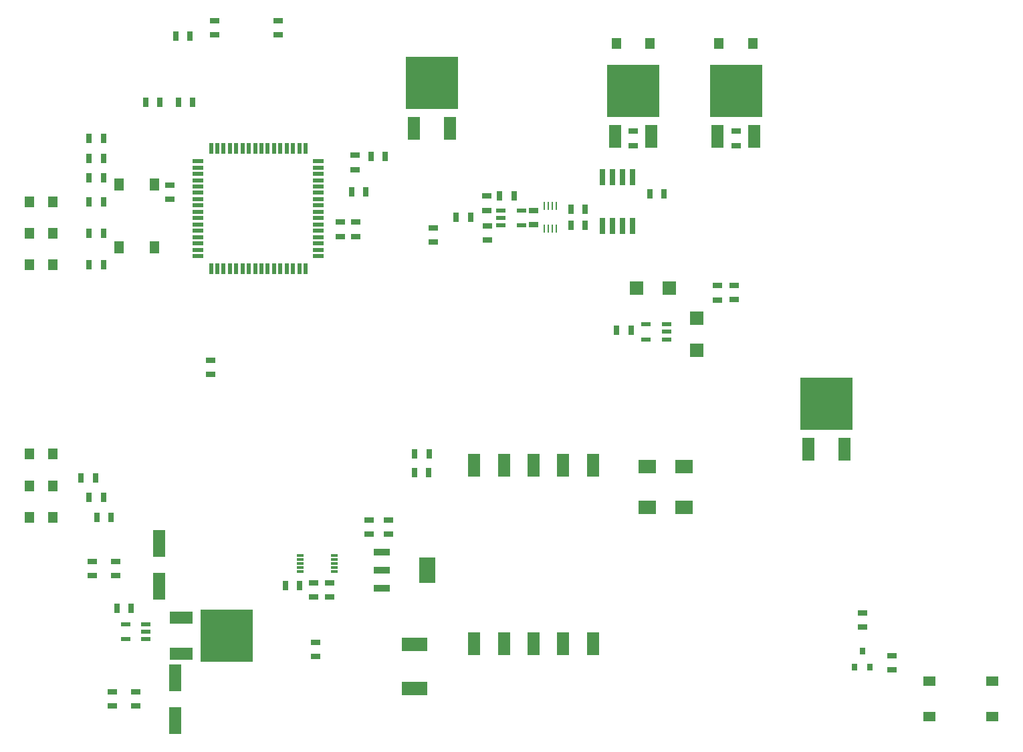
<source format=gtp>
G75*
G70*
%OFA0B0*%
%FSLAX24Y24*%
%IPPOS*%
%LPD*%
%AMOC8*
5,1,8,0,0,1.08239X$1,22.5*
%
%ADD10R,0.0315X0.0472*%
%ADD11R,0.0598X0.1150*%
%ADD12R,0.0500X0.0579*%
%ADD13R,0.0260X0.0800*%
%ADD14R,0.0472X0.0315*%
%ADD15R,0.0110X0.0420*%
%ADD16R,0.0610X0.0512*%
%ADD17R,0.0315X0.0354*%
%ADD18R,0.0200X0.0580*%
%ADD19R,0.0580X0.0200*%
%ADD20R,0.0472X0.0551*%
%ADD21R,0.0709X0.0669*%
%ADD22R,0.0669X0.0709*%
%ADD23R,0.0866X0.0709*%
%ADD24R,0.0472X0.0217*%
%ADD25R,0.2638X0.2638*%
%ADD26R,0.0630X0.1181*%
%ADD27R,0.0846X0.0374*%
%ADD28R,0.0846X0.1280*%
%ADD29R,0.0630X0.1378*%
%ADD30R,0.1260X0.0709*%
%ADD31R,0.0382X0.0122*%
%ADD32R,0.0512X0.0610*%
%ADD33R,0.1181X0.0630*%
D10*
X042810Y013960D03*
X043518Y013960D03*
X043203Y012975D03*
X043912Y012975D03*
X043597Y011991D03*
X044306Y011991D03*
X052987Y008586D03*
X053696Y008586D03*
X045290Y007463D03*
X044581Y007463D03*
X059424Y014215D03*
X060133Y014215D03*
X060152Y015160D03*
X059444Y015160D03*
X069503Y021322D03*
X070211Y021322D03*
X067928Y026558D03*
X067219Y026558D03*
X067219Y027345D03*
X067928Y027345D03*
X071156Y028133D03*
X071865Y028133D03*
X064385Y028015D03*
X063676Y028015D03*
X062219Y026952D03*
X061510Y026952D03*
X056999Y028235D03*
X056290Y028235D03*
X057255Y029979D03*
X057963Y029979D03*
X048361Y032700D03*
X047652Y032700D03*
X046727Y032700D03*
X046018Y032700D03*
X043912Y030889D03*
X043203Y030889D03*
X043203Y029904D03*
X043912Y029904D03*
X043912Y028920D03*
X043203Y028920D03*
X043203Y027739D03*
X043912Y027739D03*
X043912Y026164D03*
X043203Y026164D03*
X043203Y024589D03*
X043912Y024589D03*
X047534Y036007D03*
X048243Y036007D03*
D11*
X062408Y014601D03*
X063885Y014601D03*
X065361Y014601D03*
X066837Y014601D03*
X068314Y014601D03*
X068314Y005676D03*
X066837Y005676D03*
X065361Y005676D03*
X063885Y005676D03*
X062408Y005676D03*
D12*
X069483Y035613D03*
X071176Y035613D03*
X074601Y035613D03*
X076294Y035613D03*
D13*
X070292Y028949D03*
X069792Y028949D03*
X069292Y028949D03*
X068792Y028949D03*
X068792Y026529D03*
X069292Y026529D03*
X069792Y026529D03*
X070292Y026529D03*
D14*
X065369Y026578D03*
X065369Y027286D03*
X063026Y027306D03*
X063026Y028015D03*
X063046Y026519D03*
X063046Y025810D03*
X060349Y025711D03*
X060349Y026420D03*
X056510Y026715D03*
X055723Y026715D03*
X055723Y026007D03*
X056510Y026007D03*
X056455Y029334D03*
X056455Y030042D03*
X047219Y028566D03*
X047219Y027857D03*
X049266Y019826D03*
X049266Y019117D03*
X057160Y011873D03*
X058144Y011873D03*
X058144Y011164D03*
X057160Y011164D03*
X055192Y008723D03*
X054404Y008723D03*
X054404Y008015D03*
X055192Y008015D03*
X054487Y005763D03*
X054487Y005054D03*
X045526Y003290D03*
X044345Y003290D03*
X044345Y002582D03*
X045526Y002582D03*
X044542Y009078D03*
X043361Y009078D03*
X043361Y009786D03*
X044542Y009786D03*
X074542Y022837D03*
X075369Y022857D03*
X075369Y023566D03*
X074542Y023546D03*
X075448Y030534D03*
X075448Y031243D03*
X070329Y031243D03*
X070329Y030534D03*
X052613Y036046D03*
X052613Y036755D03*
X049463Y036755D03*
X049463Y036046D03*
X081747Y007227D03*
X081747Y006519D03*
X083243Y005101D03*
X083243Y004393D03*
D15*
X066496Y026392D03*
X066296Y026392D03*
X066096Y026392D03*
X065896Y026392D03*
X065896Y027512D03*
X066096Y027512D03*
X066296Y027512D03*
X066496Y027512D03*
D16*
X085103Y003822D03*
X088233Y003822D03*
X088233Y002050D03*
X085103Y002050D03*
D17*
X082121Y004511D03*
X081373Y004511D03*
X081747Y005337D03*
D18*
X054000Y024385D03*
X053690Y024385D03*
X053370Y024385D03*
X053060Y024385D03*
X052740Y024385D03*
X052430Y024385D03*
X052110Y024385D03*
X051800Y024385D03*
X051480Y024385D03*
X051170Y024385D03*
X050850Y024385D03*
X050540Y024385D03*
X050220Y024385D03*
X049910Y024385D03*
X049590Y024385D03*
X049280Y024385D03*
X049280Y030385D03*
X049590Y030385D03*
X049910Y030385D03*
X050220Y030385D03*
X050540Y030385D03*
X050850Y030385D03*
X051170Y030385D03*
X051480Y030385D03*
X051800Y030385D03*
X052110Y030385D03*
X052430Y030385D03*
X052740Y030385D03*
X053060Y030385D03*
X053370Y030385D03*
X053690Y030385D03*
X054000Y030385D03*
D19*
X054640Y029745D03*
X054640Y029435D03*
X054640Y029115D03*
X054640Y028805D03*
X054640Y028485D03*
X054640Y028175D03*
X054640Y027855D03*
X054640Y027545D03*
X054640Y027225D03*
X054640Y026915D03*
X054640Y026595D03*
X054640Y026285D03*
X054640Y025965D03*
X054640Y025655D03*
X054640Y025335D03*
X054640Y025025D03*
X048640Y025025D03*
X048640Y025335D03*
X048640Y025655D03*
X048640Y025965D03*
X048640Y026285D03*
X048640Y026595D03*
X048640Y026915D03*
X048640Y027225D03*
X048640Y027545D03*
X048640Y027855D03*
X048640Y028175D03*
X048640Y028485D03*
X048640Y028805D03*
X048640Y029115D03*
X048640Y029435D03*
X048640Y029745D03*
D20*
X040211Y011991D03*
X041392Y011991D03*
X041392Y013566D03*
X040211Y013566D03*
X040211Y015141D03*
X041392Y015141D03*
X041392Y024589D03*
X040211Y024589D03*
X040211Y026164D03*
X041392Y026164D03*
X041392Y027739D03*
X040211Y027739D03*
D21*
X070507Y023428D03*
X072121Y023428D03*
D22*
X073479Y021932D03*
X073479Y020318D03*
D23*
X072869Y014511D03*
X071038Y014511D03*
X071038Y012503D03*
X072869Y012503D03*
D24*
X071983Y020869D03*
X071983Y021243D03*
X071983Y021617D03*
X070959Y021617D03*
X070959Y020869D03*
X064759Y026558D03*
X064759Y027306D03*
X063735Y027306D03*
X063735Y026932D03*
X063735Y026558D03*
X046038Y006656D03*
X046038Y006282D03*
X046038Y005908D03*
X045014Y005908D03*
X045014Y006656D03*
D25*
X050054Y006086D03*
X079955Y017641D03*
X075448Y033251D03*
X070329Y033251D03*
X060290Y033645D03*
D26*
X059385Y031381D03*
X061196Y031381D03*
X069424Y030987D03*
X071235Y030987D03*
X074542Y030987D03*
X076353Y030987D03*
X079050Y015377D03*
X080861Y015377D03*
D27*
X057790Y010259D03*
X057790Y009353D03*
X057790Y008448D03*
D28*
X060073Y009353D03*
D29*
X046707Y008566D03*
X046707Y010692D03*
X047495Y003999D03*
X047495Y001873D03*
D30*
X059424Y003448D03*
X059424Y005652D03*
D31*
X055422Y009292D03*
X055422Y009489D03*
X055422Y009686D03*
X055422Y009883D03*
X055422Y010080D03*
X053741Y010080D03*
X053741Y009883D03*
X053741Y009686D03*
X053741Y009489D03*
X053741Y009292D03*
D32*
X046451Y025465D03*
X044680Y025465D03*
X044680Y028595D03*
X046451Y028595D03*
D33*
X047790Y006991D03*
X047790Y005180D03*
M02*

</source>
